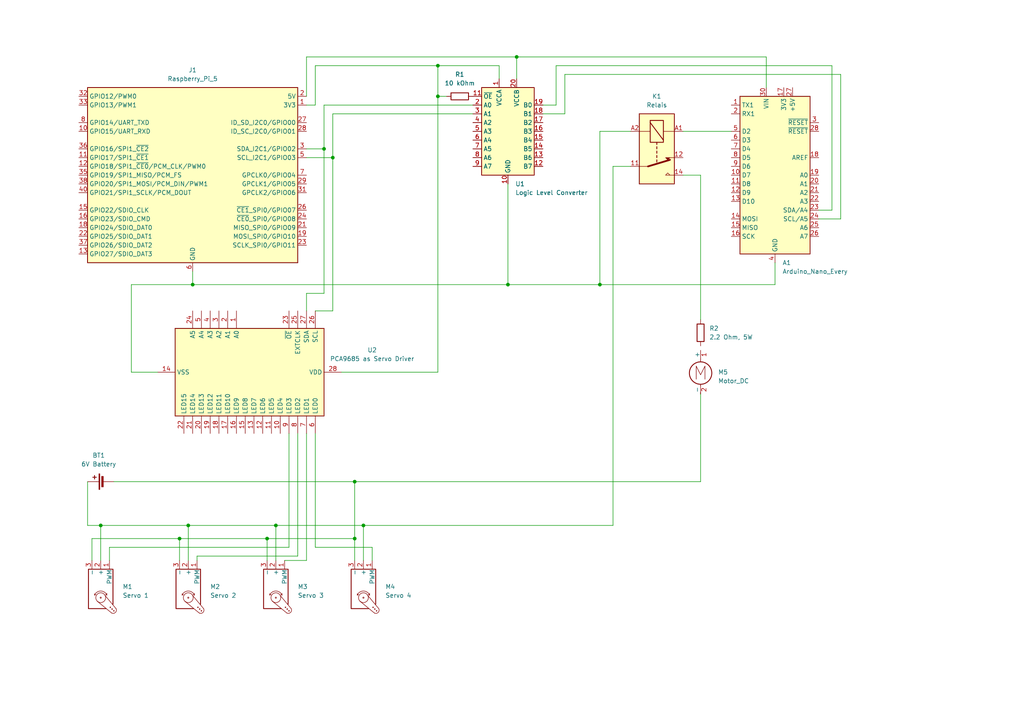
<source format=kicad_sch>
(kicad_sch (version 20250114) (generator "eeschema") (generator_version "9.0")
  (paper "A4")
  (title_block (title "Haupt-Schaltplan") (date "2025-12-21") (rev "1") (company "Jugend Forsch AG Nellbreuningschule Rödermark") (comment 1 "Endgültiger Schaltplan des Roboters. "))
  (lib_symbols
    (symbol "Connector:Raspberry_Pi_4"
      (property "Reference" "J" (at -17.526 48.768 0))
      (property "Value" "Raspberry_Pi_4" (at 15.748 -26.416 0))
      (symbol "Raspberry_Pi_4_0_1"
        (rectangle (start -30.48 25.4) (end 30.48 -25.4) (stroke (width 0.254)) (fill (type background)))
      )
      (symbol "Raspberry_Pi_4_1_1"
        (pin bidirectional line (at -33.02 22.86 0) (length 2.54) (name "GPIO12/PWM0") (number "32"))
        (pin bidirectional line (at -33.02 20.32 0) (length 2.54) (name "GPIO13/PWM1") (number "33"))
        (pin bidirectional line (at -33.02 15.24 0) (length 2.54) (name "GPIO14/UART_TXD") (number "8"))
        (pin bidirectional line (at -33.02 12.7 0) (length 2.54) (name "GPIO15/UART_RXD") (number "10"))
        (pin bidirectional line (at -33.02 7.62 0) (length 2.54) (name "GPIO16/SPI1_~{CE2}") (number "36"))
        (pin bidirectional line (at -33.02 5.08 0) (length 2.54) (name "GPIO17/SPI1_~{CE1}") (number "11"))
        (pin bidirectional line (at -33.02 2.54 0) (length 2.54) (name "GPIO18/SPI1_~{CE0}/PCM_CLK/PWM0") (number "12"))
        (pin bidirectional line (at -33.02 0 0) (length 2.54) (name "GPIO19/SPI1_MISO/PCM_FS") (number "35"))
        (pin bidirectional line (at -33.02 -2.54 0) (length 2.54) (name "GPIO20/SPI1_MOSI/PCM_DIN/PWM1") (number "38"))
        (pin bidirectional line (at -33.02 -5.08 0) (length 2.54) (name "GPIO21/SPI1_SCLK/PCM_DOUT") (number "40"))
        (pin bidirectional line (at -33.02 -10.16 0) (length 2.54) (name "GPIO22/SDIO_CLK") (number "15"))
        (pin bidirectional line (at -33.02 -12.7 0) (length 2.54) (name "GPIO23/SDIO_CMD") (number "16"))
        (pin bidirectional line (at -33.02 -15.24 0) (length 2.54) (name "GPIO24/SDIO_DAT0") (number "18"))
        (pin bidirectional line (at -33.02 -17.78 0) (length 2.54) (name "GPIO25/SDIO_DAT1") (number "22"))
        (pin bidirectional line (at -33.02 -20.32 0) (length 2.54) (name "GPIO26/SDIO_DAT2") (number "37"))
        (pin bidirectional line (at -33.02 -22.86 0) (length 2.54) (name "GPIO27/SDIO_DAT3") (number "13"))
        (pin passive line (at 0 -27.94 90) (length 2.54) (hide yes) (name "GND") (number "14"))
        (pin passive line (at 0 -27.94 90) (length 2.54) (hide yes) (name "GND") (number "20"))
        (pin passive line (at 0 -27.94 90) (length 2.54) (hide yes) (name "GND") (number "25"))
        (pin passive line (at 0 -27.94 90) (length 2.54) (hide yes) (name "GND") (number "30"))
        (pin passive line (at 0 -27.94 90) (length 2.54) (hide yes) (name "GND") (number "34"))
        (pin passive line (at 0 -27.94 90) (length 2.54) (hide yes) (name "GND") (number "39"))
        (pin power_out line (at 0 -27.94 90) (length 2.54) (name "GND") (number "6"))
        (pin passive line (at 0 -27.94 90) (length 2.54) (hide yes) (name "GND") (number "9"))
        (pin power_out line (at 33.02 22.86 180) (length 2.54) (name "5V") (number "2"))
        (pin passive line (at 33.02 22.86 180) (length 2.54) (hide yes) (name "5V") (number "4"))
        (pin power_out line (at 33.02 20.32 180) (length 2.54) (name "3V3") (number "1"))
        (pin passive line (at 33.02 20.32 180) (length 2.54) (hide yes) (name "3V3") (number "17"))
        (pin bidirectional line (at 33.02 15.24 180) (length 2.54) (name "ID_SD_I2C0/GPIO00") (number "27"))
        (pin bidirectional line (at 33.02 12.7 180) (length 2.54) (name "ID_SC_I2C0/GPIO01") (number "28"))
        (pin bidirectional line (at 33.02 7.62 180) (length 2.54) (name "SDA_I2C1/GPIO02") (number "3"))
        (pin bidirectional line (at 33.02 5.08 180) (length 2.54) (name "SCL_I2C1/GPIO03") (number "5"))
        (pin bidirectional line (at 33.02 0 180) (length 2.54) (name "GPCLK0/GPIO04") (number "7"))
        (pin bidirectional line (at 33.02 -2.54 180) (length 2.54) (name "GPCLK1/GPIO05") (number "29"))
        (pin bidirectional line (at 33.02 -5.08 180) (length 2.54) (name "GPCLK2/GPIO06") (number "31"))
        (pin bidirectional line (at 33.02 -10.16 180) (length 2.54) (name "~{CE1}_SPI0/GPIO07") (number "26"))
        (pin bidirectional line (at 33.02 -12.7 180) (length 2.54) (name "~{CE0}_SPI0/GPIO08") (number "24"))
        (pin bidirectional line (at 33.02 -15.24 180) (length 2.54) (name "MISO_SPI0/GPIO09") (number "21"))
        (pin bidirectional line (at 33.02 -17.78 180) (length 2.54) (name "MOSI_SPI0/GPIO10") (number "19"))
        (pin bidirectional line (at 33.02 -20.32 180) (length 2.54) (name "SCLK_SPI0/GPIO11") (number "23"))
      )
    )
    (symbol "Device:Battery_Cell" (pin_numbers (hide yes)) (pin_names (offset 0) (hide yes))
      (property "Reference" "BT" (at 2.54 2.54 0))
      (property "Value" "Battery_Cell" (at 2.54 0 0))
      (symbol "Battery_Cell_0_1"
        (rectangle (start -2.286 1.778) (end 2.286 1.524) (fill (type outline)))
        (rectangle (start -1.524 1.016) (end 1.524 0.508) (fill (type outline)))
        (polyline (pts (xy 0 1.778) (xy 0 2.54)))
        (polyline (pts (xy 0 0.762) (xy 0 0)))
        (polyline (pts (xy 0.762 3.048) (xy 1.778 3.048)) (stroke (width 0.254)))
        (polyline (pts (xy 1.27 3.556) (xy 1.27 2.54)) (stroke (width 0.254)))
      )
      (symbol "Battery_Cell_1_1"
        (pin passive line (at 0 5.08 270) (length 2.54) (name "+") (number "1"))
        (pin passive line (at 0 -2.54 90) (length 2.54) (name "-") (number "2"))
      )
    )
    (symbol "Device:R" (pin_numbers (hide yes)) (pin_names (offset 0))
      (property "Reference" "R" (at 2.032 0 90))
      (property "Value" "R" (at 0 0 90))
      (symbol "R_0_1"
        (rectangle (start -1.016 -2.54) (end 1.016 2.54) (stroke (width 0.254)))
      )
      (symbol "R_1_1"
        (pin passive line (at 0 3.81 270) (length 1.27) (name "~") (number "1"))
        (pin passive line (at 0 -3.81 90) (length 1.27) (name "~") (number "2"))
      )
    )
    (symbol "Driver_LED:PCA9685PW"
      (property "Reference" "U" (at -12.7 22.225 0))
      (property "Value" "PCA9685PW" (at 1.27 22.225 0))
      (symbol "PCA9685PW_0_1"
        (rectangle (start -12.7 20.32) (end 12.7 -22.86) (stroke (width 0.254)) (fill (type background)))
      )
      (symbol "PCA9685PW_1_1"
        (pin input line (at -17.78 17.78 0) (length 5.08) (name "SCL") (number "26"))
        (pin bidirectional line (at -17.78 15.24 0) (length 5.08) (name "SDA") (number "27"))
        (pin input line (at -17.78 12.7 0) (length 5.08) (name "EXTCLK") (number "25"))
        (pin input line (at -17.78 10.16 0) (length 5.08) (name "~{OE}") (number "23"))
        (pin input line (at -17.78 -5.08 0) (length 5.08) (name "A0") (number "1"))
        (pin input line (at -17.78 -7.62 0) (length 5.08) (name "A1") (number "2"))
        (pin input line (at -17.78 -10.16 0) (length 5.08) (name "A2") (number "3"))
        (pin input line (at -17.78 -12.7 0) (length 5.08) (name "A3") (number "4"))
        (pin input line (at -17.78 -15.24 0) (length 5.08) (name "A4") (number "5"))
        (pin input line (at -17.78 -17.78 0) (length 5.08) (name "A5") (number "24"))
        (pin power_in line (at 0 25.4 270) (length 5.08) (name "VDD") (number "28"))
        (pin power_in line (at 0 -27.94 90) (length 5.08) (name "VSS") (number "14"))
        (pin output line (at 17.78 17.78 180) (length 5.08) (name "LED0") (number "6"))
        (pin output line (at 17.78 15.24 180) (length 5.08) (name "LED1") (number "7"))
        (pin output line (at 17.78 12.7 180) (length 5.08) (name "LED2") (number "8"))
        (pin output line (at 17.78 10.16 180) (length 5.08) (name "LED3") (number "9"))
        (pin output line (at 17.78 7.62 180) (length 5.08) (name "LED4") (number "10"))
        (pin output line (at 17.78 5.08 180) (length 5.08) (name "LED5") (number "11"))
        (pin output line (at 17.78 2.54 180) (length 5.08) (name "LED6") (number "12"))
        (pin output line (at 17.78 0 180) (length 5.08) (name "LED7") (number "13"))
        (pin output line (at 17.78 -2.54 180) (length 5.08) (name "LED8") (number "15"))
        (pin output line (at 17.78 -5.08 180) (length 5.08) (name "LED9") (number "16"))
        (pin output line (at 17.78 -7.62 180) (length 5.08) (name "LED10") (number "17"))
        (pin output line (at 17.78 -10.16 180) (length 5.08) (name "LED11") (number "18"))
        (pin output line (at 17.78 -12.7 180) (length 5.08) (name "LED12") (number "19"))
        (pin output line (at 17.78 -15.24 180) (length 5.08) (name "LED13") (number "20"))
        (pin output line (at 17.78 -17.78 180) (length 5.08) (name "LED14") (number "21"))
        (pin output line (at 17.78 -20.32 180) (length 5.08) (name "LED15") (number "22"))
      )
    )
    (symbol "Logic_LevelTranslator:FXMA108"
      (property "Reference" "U" (at -6.35 13.97 0))
      (property "Value" "FXMA108" (at 7.62 13.97 0))
      (symbol "FXMA108_1_1"
        (rectangle (start -7.62 12.7) (end 7.62 -12.7) (stroke (width 0.254)) (fill (type background)))
        (pin input line (at -10.16 10.16 0) (length 2.54) (name "~{OE}") (number "11"))
        (pin bidirectional line (at -10.16 7.62 0) (length 2.54) (name "A0") (number "2"))
        (pin bidirectional line (at -10.16 5.08 0) (length 2.54) (name "A1") (number "3"))
        (pin bidirectional line (at -10.16 2.54 0) (length 2.54) (name "A2") (number "4"))
        (pin bidirectional line (at -10.16 0 0) (length 2.54) (name "A3") (number "5"))
        (pin bidirectional line (at -10.16 -2.54 0) (length 2.54) (name "A4") (number "6"))
        (pin bidirectional line (at -10.16 -5.08 0) (length 2.54) (name "A5") (number "7"))
        (pin bidirectional line (at -10.16 -7.62 0) (length 2.54) (name "A6") (number "8"))
        (pin bidirectional line (at -10.16 -10.16 0) (length 2.54) (name "A7") (number "9"))
        (pin power_in line (at -2.54 15.24 270) (length 2.54) (name "VCCA") (number "1"))
        (pin power_in line (at 0 -15.24 90) (length 2.54) (name "GND") (number "10"))
        (pin power_in line (at 2.54 15.24 270) (length 2.54) (name "VCCB") (number "20"))
        (pin no_connect line (at 2.54 -12.7 90) (length 2.54) (hide yes) (name "NC") (number "21"))
        (pin bidirectional line (at 10.16 7.62 180) (length 2.54) (name "B0") (number "19"))
        (pin bidirectional line (at 10.16 5.08 180) (length 2.54) (name "B1") (number "18"))
        (pin bidirectional line (at 10.16 2.54 180) (length 2.54) (name "B2") (number "17"))
        (pin bidirectional line (at 10.16 0 180) (length 2.54) (name "B3") (number "16"))
        (pin bidirectional line (at 10.16 -2.54 180) (length 2.54) (name "B4") (number "15"))
        (pin bidirectional line (at 10.16 -5.08 180) (length 2.54) (name "B5") (number "14"))
        (pin bidirectional line (at 10.16 -7.62 180) (length 2.54) (name "B6") (number "13"))
        (pin bidirectional line (at 10.16 -10.16 180) (length 2.54) (name "B7") (number "12"))
      )
    )
    (symbol "MCU_Module:Arduino_Nano_Every"
      (property "Reference" "A" (at -10.16 23.495 0))
      (property "Value" "Arduino_Nano_Every" (at 5.08 -24.13 0))
      (symbol "Arduino_Nano_Every_0_1"
        (rectangle (start -10.16 22.86) (end 10.16 -22.86) (stroke (width 0.254)) (fill (type background)))
      )
      (symbol "Arduino_Nano_Every_1_1"
        (pin bidirectional line (at -12.7 20.32 0) (length 2.54) (name "TX1") (number "1"))
        (pin bidirectional line (at -12.7 17.78 0) (length 2.54) (name "RX1") (number "2"))
        (pin bidirectional line (at -12.7 12.7 0) (length 2.54) (name "D2") (number "5"))
        (pin bidirectional line (at -12.7 10.16 0) (length 2.54) (name "D3") (number "6"))
        (pin bidirectional line (at -12.7 7.62 0) (length 2.54) (name "D4") (number "7"))
        (pin bidirectional line (at -12.7 5.08 0) (length 2.54) (name "D5") (number "8"))
        (pin bidirectional line (at -12.7 2.54 0) (length 2.54) (name "D6") (number "9"))
        (pin bidirectional line (at -12.7 0 0) (length 2.54) (name "D7") (number "10"))
        (pin bidirectional line (at -12.7 -2.54 0) (length 2.54) (name "D8") (number "11"))
        (pin bidirectional line (at -12.7 -5.08 0) (length 2.54) (name "D9") (number "12"))
        (pin bidirectional line (at -12.7 -7.62 0) (length 2.54) (name "D10") (number "13"))
        (pin bidirectional line (at -12.7 -12.7 0) (length 2.54) (name "MOSI") (number "14"))
        (pin bidirectional line (at -12.7 -15.24 0) (length 2.54) (name "MISO") (number "15"))
        (pin bidirectional line (at -12.7 -17.78 0) (length 2.54) (name "SCK") (number "16"))
        (pin power_in line (at -2.54 25.4 270) (length 2.54) (name "VIN") (number "30"))
        (pin passive line (at 0 -25.4 90) (length 2.54) (hide yes) (name "GND") (number "29"))
        (pin power_in line (at 0 -25.4 90) (length 2.54) (name "GND") (number "4"))
        (pin power_out line (at 2.54 25.4 270) (length 2.54) (name "3V3") (number "17"))
        (pin power_out line (at 5.08 25.4 270) (length 2.54) (name "+5V") (number "27"))
        (pin input line (at 12.7 15.24 180) (length 2.54) (name "~{RESET}") (number "3"))
        (pin input line (at 12.7 12.7 180) (length 2.54) (name "~{RESET}") (number "28"))
        (pin input line (at 12.7 5.08 180) (length 2.54) (name "AREF") (number "18"))
        (pin bidirectional line (at 12.7 0 180) (length 2.54) (name "A0") (number "19"))
        (pin bidirectional line (at 12.7 -2.54 180) (length 2.54) (name "A1") (number "20"))
        (pin bidirectional line (at 12.7 -5.08 180) (length 2.54) (name "A2") (number "21"))
        (pin bidirectional line (at 12.7 -7.62 180) (length 2.54) (name "A3") (number "22"))
        (pin bidirectional line (at 12.7 -10.16 180) (length 2.54) (name "SDA/A4") (number "23"))
        (pin bidirectional line (at 12.7 -12.7 180) (length 2.54) (name "SCL/A5") (number "24"))
        (pin bidirectional line (at 12.7 -15.24 180) (length 2.54) (name "A6") (number "25"))
        (pin bidirectional line (at 12.7 -17.78 180) (length 2.54) (name "A7") (number "26"))
      )
    )
    (symbol "Motor:Motor_DC" (pin_names (offset 0))
      (property "Reference" "M" (at 2.54 2.54 0))
      (property "Value" "Motor_DC" (at 2.54 -5.08 0))
      (symbol "Motor_DC_0_0"
        (polyline (pts (xy -1.27 -3.302) (xy -1.27 0.508) (xy 0 -2.032) (xy 1.27 0.508) (xy 1.27 -3.302)))
      )
      (symbol "Motor_DC_0_1"
        (polyline (pts (xy 0 2.032) (xy 0 2.54)))
        (polyline (pts (xy 0 1.7272) (xy 0 2.0828)))
        (circle (center 0 -1.524) (radius 3.2512) (stroke (width 0.254)))
        (polyline (pts (xy 0 -4.7752) (xy 0 -5.1816)))
        (polyline (pts (xy 0 -7.62) (xy 0 -7.112)))
      )
      (symbol "Motor_DC_1_1"
        (pin passive line (at 0 5.08 270) (length 2.54) (name "+") (number "1"))
        (pin passive line (at 0 -7.62 90) (length 2.54) (name "-") (number "2"))
      )
    )
    (symbol "Motor:Motor_Servo" (pin_names (offset 0.0254))
      (property "Reference" "M" (at -5.08 4.445 0))
      (property "Value" "Motor_Servo" (at -5.08 -4.064 0))
      (symbol "Motor_Servo_0_1"
        (polyline (pts (xy 2.413 1.778) (xy 1.905 1.778)))
        (polyline (pts (xy 2.413 1.778) (xy 2.286 1.397)))
        (polyline (pts (xy 2.413 -1.778) (xy 2.032 -1.778)))
        (polyline (pts (xy 2.413 -1.778) (xy 2.286 -1.397)))
        (arc (start 2.413 -1.778) (mid 1.2406 0) (end 2.413 1.778))
        (circle (center 3.175 0) (radius 0.1778))
        (circle (center 3.175 0) (radius 1.4224))
        (polyline (pts (xy 5.08 3.556) (xy -5.08 3.556) (xy -5.08 -3.556) (xy 6.35 -3.556) (xy 6.35 1.524)) (stroke (width 0.254)))
        (circle (center 5.969 2.794) (radius 0.127))
        (polyline (pts (xy 6.35 4.445) (xy 2.54 1.27)))
        (circle (center 6.477 3.302) (radius 0.127))
        (arc (start 6.35 4.445) (mid 7.4487 4.2737) (end 7.62 3.175))
        (circle (center 6.985 3.81) (radius 0.127))
        (polyline (pts (xy 7.62 3.175) (xy 4.191 -1.016)))
      )
      (symbol "Motor_Servo_1_1"
        (pin passive line (at -7.62 2.54 0) (length 2.54) (name "PWM") (number "1"))
        (pin passive line (at -7.62 0 0) (length 2.54) (name "+") (number "2"))
        (pin passive line (at -7.62 -2.54 0) (length 2.54) (name "-") (number "3"))
      )
    )
    (symbol "Relay:FINDER-40.41"
      (property "Reference" "K" (at 11.43 3.81 0))
      (property "Value" "FINDER-40.41" (at 11.43 1.27 0))
      (symbol "FINDER-40.41_0_0"
        (polyline (pts (xy 7.62 5.08) (xy 7.62 2.54) (xy 6.985 3.175) (xy 7.62 3.81)))
      )
      (symbol "FINDER-40.41_0_1"
        (rectangle (start -10.16 5.08) (end 10.16 -5.08) (stroke (width 0.254)) (fill (type background)))
        (rectangle (start -8.255 1.905) (end -1.905 -1.905) (stroke (width 0.254)))
        (polyline (pts (xy -7.62 -1.905) (xy -2.54 1.905)) (stroke (width 0.254)))
        (polyline (pts (xy -5.08 5.08) (xy -5.08 1.905)))
        (polyline (pts (xy -5.08 -5.08) (xy -5.08 -1.905)))
        (polyline (pts (xy -1.905 0) (xy -1.27 0)) (stroke (width 0.254)))
        (polyline (pts (xy -0.635 0) (xy 0 0)) (stroke (width 0.254)))
        (polyline (pts (xy 0.635 0) (xy 1.27 0)) (stroke (width 0.254)))
        (polyline (pts (xy 1.905 0) (xy 2.54 0)) (stroke (width 0.254)))
        (polyline (pts (xy 2.54 5.08) (xy 2.54 2.54) (xy 3.175 3.175) (xy 2.54 3.81)) (fill (type outline)))
        (polyline (pts (xy 3.175 0) (xy 3.81 0)) (stroke (width 0.254)))
        (polyline (pts (xy 5.08 -2.54) (xy 3.175 3.81)) (stroke (width 0.508)))
        (polyline (pts (xy 5.08 -2.54) (xy 5.08 -5.08)))
      )
      (symbol "FINDER-40.41_1_1"
        (pin passive line (at -5.08 7.62 270) (length 2.54) (name "~") (number "A1"))
        (pin passive line (at -5.08 -7.62 90) (length 2.54) (name "~") (number "A2"))
        (pin passive line (at 2.54 7.62 270) (length 2.54) (name "~") (number "12"))
        (pin passive line (at 5.08 -7.62 90) (length 2.54) (name "~") (number "11"))
        (pin passive line (at 7.62 7.62 270) (length 2.54) (name "~") (number "14"))
      )
    )
  )
  (junction (at 173.99 82.55))
  (junction (at 102.87 139.7))
  (junction (at 54.61 152.4))
  (junction (at 149.86 16.51))
  (junction (at 80.01 152.4))
  (junction (at 147.32 82.55))
  (junction (at 127 27.94))
  (junction (at 29.21 152.4))
  (junction (at 52.07 156.21))
  (junction (at 96.52 45.72))
  (junction (at 102.87 156.21))
  (junction (at 77.47 156.21))
  (junction (at 105.41 152.4))
  (junction (at 55.88 82.55))
  (junction (at 127 19.05))
  (junction (at 93.98 43.18))
  (wire (pts (xy 88.9 45.72) (xy 96.52 45.72)))
  (wire (pts (xy 163.83 21.59) (xy 243.84 21.59)))
  (wire (pts (xy 83.82 158.75) (xy 31.75 158.75)))
  (wire (pts (xy 161.29 19.05) (xy 241.3 19.05)))
  (wire (pts (xy 29.21 152.4) (xy 29.21 162.56)))
  (wire (pts (xy 96.52 90.17) (xy 96.52 45.72)))
  (wire (pts (xy 127 27.94) (xy 129.54 27.94)))
  (wire (pts (xy 77.47 156.21) (xy 102.87 156.21)))
  (wire (pts (xy 83.82 125.73) (xy 83.82 158.75)))
  (wire (pts (xy 45.72 107.95) (xy 38.1 107.95)))
  (wire (pts (xy 102.87 156.21) (xy 102.87 162.56)))
  (wire (pts (xy 25.4 139.7) (xy 25.4 152.4)))
  (wire (pts (xy 52.07 156.21) (xy 77.47 156.21)))
  (wire (pts (xy 91.44 125.73) (xy 91.44 158.75)))
  (wire (pts (xy 91.44 158.75) (xy 107.95 158.75)))
  (wire (pts (xy 102.87 156.21) (xy 102.87 139.7)))
  (wire (pts (xy 93.98 43.18) (xy 93.98 30.48)))
  (wire (pts (xy 241.3 60.96) (xy 237.49 60.96)))
  (wire (pts (xy 88.9 85.09) (xy 88.9 90.17)))
  (wire (pts (xy 91.44 30.48) (xy 91.44 19.05)))
  (wire (pts (xy 93.98 30.48) (xy 137.16 30.48)))
  (wire (pts (xy 54.61 152.4) (xy 80.01 152.4)))
  (wire (pts (xy 147.32 82.55) (xy 173.99 82.55)))
  (wire (pts (xy 224.79 82.55) (xy 224.79 76.2)))
  (wire (pts (xy 26.67 162.56) (xy 26.67 156.21)))
  (wire (pts (xy 86.36 125.73) (xy 86.36 161.29)))
  (wire (pts (xy 147.32 82.55) (xy 147.32 53.34)))
  (wire (pts (xy 55.88 78.74) (xy 55.88 82.55)))
  (wire (pts (xy 127 19.05) (xy 144.78 19.05)))
  (wire (pts (xy 161.29 30.48) (xy 161.29 19.05)))
  (wire (pts (xy 203.2 114.3) (xy 203.2 139.7)))
  (wire (pts (xy 38.1 82.55) (xy 55.88 82.55)))
  (wire (pts (xy 163.83 21.59) (xy 163.83 33.02)))
  (wire (pts (xy 33.02 139.7) (xy 102.87 139.7)))
  (wire (pts (xy 31.75 158.75) (xy 31.75 162.56)))
  (wire (pts (xy 198.12 50.8) (xy 203.2 50.8)))
  (wire (pts (xy 96.52 33.02) (xy 137.16 33.02)))
  (wire (pts (xy 173.99 38.1) (xy 173.99 82.55)))
  (wire (pts (xy 157.48 33.02) (xy 163.83 33.02)))
  (wire (pts (xy 52.07 156.21) (xy 52.07 162.56)))
  (wire (pts (xy 149.86 16.51) (xy 149.86 22.86)))
  (wire (pts (xy 203.2 139.7) (xy 102.87 139.7)))
  (wire (pts (xy 86.36 161.29) (xy 57.15 161.29)))
  (wire (pts (xy 88.9 125.73) (xy 88.9 162.56)))
  (wire (pts (xy 77.47 156.21) (xy 77.47 162.56)))
  (wire (pts (xy 96.52 45.72) (xy 96.52 33.02)))
  (wire (pts (xy 182.88 38.1) (xy 173.99 38.1)))
  (wire (pts (xy 243.84 21.59) (xy 243.84 63.5)))
  (wire (pts (xy 91.44 19.05) (xy 127 19.05)))
  (wire (pts (xy 127 27.94) (xy 127 19.05)))
  (wire (pts (xy 107.95 158.75) (xy 107.95 162.56)))
  (wire (pts (xy 149.86 16.51) (xy 222.25 16.51)))
  (wire (pts (xy 222.25 16.51) (xy 222.25 25.4)))
  (wire (pts (xy 29.21 152.4) (xy 54.61 152.4)))
  (wire (pts (xy 241.3 19.05) (xy 241.3 60.96)))
  (wire (pts (xy 203.2 50.8) (xy 203.2 92.71)))
  (wire (pts (xy 93.98 43.18) (xy 93.98 85.09)))
  (wire (pts (xy 25.4 152.4) (xy 29.21 152.4)))
  (wire (pts (xy 80.01 152.4) (xy 105.41 152.4)))
  (wire (pts (xy 38.1 107.95) (xy 38.1 82.55)))
  (wire (pts (xy 99.06 107.95) (xy 127 107.95)))
  (wire (pts (xy 88.9 43.18) (xy 93.98 43.18)))
  (wire (pts (xy 54.61 152.4) (xy 54.61 162.56)))
  (wire (pts (xy 82.55 162.56) (xy 88.9 162.56)))
  (wire (pts (xy 173.99 82.55) (xy 224.79 82.55)))
  (wire (pts (xy 93.98 85.09) (xy 88.9 85.09)))
  (wire (pts (xy 177.8 152.4) (xy 177.8 48.26)))
  (wire (pts (xy 57.15 161.29) (xy 57.15 162.56)))
  (wire (pts (xy 88.9 27.94) (xy 88.9 16.51)))
  (wire (pts (xy 127 107.95) (xy 127 27.94)))
  (wire (pts (xy 88.9 30.48) (xy 91.44 30.48)))
  (wire (pts (xy 105.41 152.4) (xy 177.8 152.4)))
  (wire (pts (xy 91.44 90.17) (xy 96.52 90.17)))
  (wire (pts (xy 105.41 152.4) (xy 105.41 162.56)))
  (wire (pts (xy 177.8 48.26) (xy 182.88 48.26)))
  (wire (pts (xy 55.88 82.55) (xy 147.32 82.55)))
  (wire (pts (xy 80.01 152.4) (xy 80.01 162.56)))
  (wire (pts (xy 198.12 38.1) (xy 212.09 38.1)))
  (wire (pts (xy 237.49 63.5) (xy 243.84 63.5)))
  (wire (pts (xy 144.78 19.05) (xy 144.78 22.86)))
  (wire (pts (xy 157.48 30.48) (xy 161.29 30.48)))
  (wire (pts (xy 88.9 16.51) (xy 149.86 16.51)))
  (wire (pts (xy 26.67 156.21) (xy 52.07 156.21)))
  (symbol (lib_id "Device:R") (at 203.2 96.52 0) (unit 1)
    (property "Reference" "R2" (at 205.74 95.2499 0) (effects (justify left)))
    (property "Value" "2.2 Ohm, 5W" (at 205.74 97.7899 0) (effects (justify left)))
    (property "Description" "Resistor" (effects (hide yes)))
  )
  (symbol (lib_id "MCU_Module:Arduino_Nano_Every") (at 224.79 50.8 0) (unit 1)
    (property "Reference" "A1" (at 226.9333 76.2 0) (effects (justify left)))
    (property "Value" "Arduino_Nano_Every" (at 226.9333 78.74 0) (effects (justify left)))
    (property "Footprint" "Module:Arduino_Nano" (effects (hide yes)))
    (property "Datasheet" "https://content.arduino.cc/assets/NANOEveryV3.0_sch.pdf" (effects (hide yes)))
    (property "Description" "Arduino Nano Every" (effects (hide yes)))
  )
  (symbol (lib_id "Logic_LevelTranslator:FXMA108") (at 147.32 38.1 0) (unit 1)
    (property "Reference" "U1" (at 149.4633 53.34 0) (effects (justify left)))
    (property "Value" "Logic Level Converter" (at 149.4633 55.88 0) (effects (justify left)))
    (property "Footprint" "Package_DFN_QFN:WQFN-20-1EP_2.5x4.5mm_P0.5mm_EP1x2.9mm" (effects (hide yes)))
    (property "Datasheet" "http://www.onsemi.com/pub/Collateral/FXMA108-D.pdf" (effects (hide yes)))
    (property "Description" "Dual-Supply, 8-Bit Signal Translator with Configurable Voltage Supplies and Signals Levels, 3-State Outputs and Auto Direction Sensing, WQFN-20" (effects (hide yes)))
  )
  (symbol (lib_id "Device:R") (at 133.35 27.94 90) (unit 1)
    (property "Reference" "R1" (at 133.35 21.59 90))
    (property "Value" "10 kOhm" (at 133.35 24.13 90))
    (property "Description" "Resistor" (effects (hide yes)))
  )
  (symbol (lib_id "Connector:Raspberry_Pi_4") (at 55.88 50.8 0) (unit 1)
    (property "Reference" "J1" (at 55.88 20.32 0))
    (property "Value" "Raspberry_Pi_5" (at 55.88 22.86 0))
    (property "Datasheet" "https://datasheets.raspberrypi.com/rpi4/raspberry-pi-4-datasheet.pdf" (effects (hide yes)))
    (property "Description" "Raspberry Pi 4 Model B" (effects (hide yes)))
  )
  (symbol (lib_id "Motor:Motor_Servo") (at 54.61 170.18 270) (unit 1)
    (property "Reference" "M2" (at 60.96 170.166 90) (effects (justify left)))
    (property "Value" "Servo 2" (at 60.96 172.706 90) (effects (justify left)))
    (property "Datasheet" "http://forums.parallax.com/uploads/attachments/46831/74481.png" (effects (hide yes)))
    (property "Description" "Servo Motor (Futaba, HiTec, JR connector)" (effects (hide yes)))
  )
  (symbol (lib_id "Device:Battery_Cell") (at 30.48 139.7 90) (unit 1)
    (property "Reference" "BT1" (at 28.6385 132.08 90))
    (property "Value" "6V Battery" (at 28.6385 134.62 90))
    (property "Description" "Single-cell battery" (effects (hide yes)))
  )
  (symbol (lib_id "Motor:Motor_Servo") (at 29.21 170.18 270) (unit 1)
    (property "Reference" "M1" (at 35.56 170.166 90) (effects (justify left)))
    (property "Value" "Servo 1" (at 35.56 172.706 90) (effects (justify left)))
    (property "Datasheet" "http://forums.parallax.com/uploads/attachments/46831/74481.png" (effects (hide yes)))
    (property "Description" "Servo Motor (Futaba, HiTec, JR connector)" (effects (hide yes)))
  )
  (symbol (lib_id "Motor:Motor_DC") (at 203.2 106.68 0) (unit 1)
    (property "Reference" "M5" (at 208.28 107.9499 0) (effects (justify left)))
    (property "Value" "Motor_DC" (at 208.28 110.4899 0) (effects (justify left)))
    (property "Description" "DC Motor" (effects (hide yes)))
  )
  (symbol (lib_id "Motor:Motor_Servo") (at 105.41 170.18 270) (unit 1)
    (property "Reference" "M4" (at 111.76 170.166 90) (effects (justify left)))
    (property "Value" "Servo 4" (at 111.76 172.706 90) (effects (justify left)))
    (property "Datasheet" "http://forums.parallax.com/uploads/attachments/46831/74481.png" (effects (hide yes)))
    (property "Description" "Servo Motor (Futaba, HiTec, JR connector)" (effects (hide yes)))
  )
  (symbol (lib_id "Motor:Motor_Servo") (at 80.01 170.18 270) (unit 1)
    (property "Reference" "M3" (at 86.36 170.166 90) (effects (justify left)))
    (property "Value" "Servo 3" (at 86.36 172.706 90) (effects (justify left)))
    (property "Datasheet" "http://forums.parallax.com/uploads/attachments/46831/74481.png" (effects (hide yes)))
    (property "Description" "Servo Motor (Futaba, HiTec, JR connector)" (effects (hide yes)))
  )
  (symbol (lib_id "Driver_LED:PCA9685PW") (at 73.66 107.95 270) (unit 1)
    (property "Reference" "U2" (at 107.95 101.5298 90))
    (property "Value" "PCA9685 as Servo Driver" (at 107.95 104.0698 90))
    (property "Footprint" "Package_SO:TSSOP-28_4.4x9.7mm_P0.65mm" (effects (hide yes)))
    (property "Datasheet" "http://www.nxp.com/docs/en/data-sheet/PCA9685.pdf" (effects (hide yes)))
    (property "Description" "16-channel 12-bit PWM Fm+ I2C-bus LED controller RGBA TSSOP" (effects (hide yes)))
  )
  (symbol (lib_id "Relay:FINDER-40.41") (at 190.5 43.18 270) (unit 1)
    (property "Reference" "K1" (at 190.5 27.94 90))
    (property "Value" "Relais" (at 190.5 30.48 90))
    (property "Footprint" "Relay_THT:Relay_SPDT_Finder_40.41" (effects (hide yes)))
    (property "Datasheet" "https://www.finder-relais.net/de/finder-relais-serie-40.pdf" (effects (hide yes)))
    (property "Description" "PCB SPDT relay, 10A" (effects (hide yes)))
  )
)
</source>
